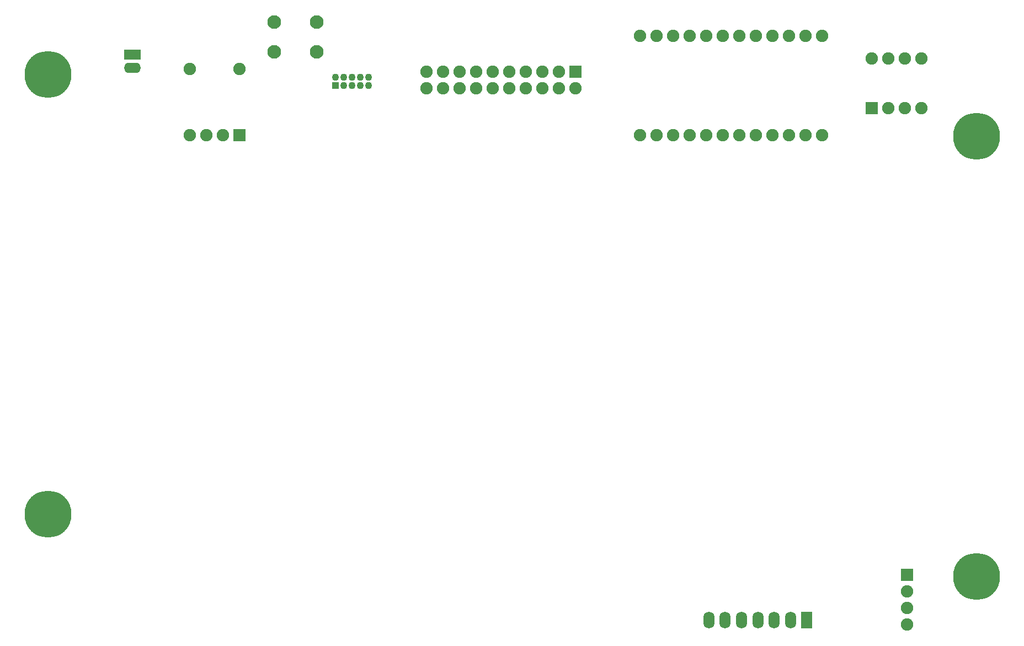
<source format=gbs>
G04*
G04 #@! TF.GenerationSoftware,Altium Limited,Altium Designer,23.3.1 (30)*
G04*
G04 Layer_Color=16711935*
%FSLAX44Y44*%
%MOMM*%
G71*
G04*
G04 #@! TF.SameCoordinates,414C3010-CE14-4ABF-8636-14FEAC747614*
G04*
G04*
G04 #@! TF.FilePolarity,Negative*
G04*
G01*
G75*
%ADD32R,1.9000X1.9000*%
%ADD33C,1.9000*%
%ADD34C,1.1000*%
%ADD35R,1.1000X1.1000*%
%ADD36R,1.9000X1.9000*%
%ADD37O,2.6000X1.6000*%
%ADD38R,2.6000X1.6000*%
%ADD39C,2.1000*%
%ADD40O,1.7000X2.6000*%
%ADD41R,1.7000X2.6000*%
%ADD42C,7.2000*%
D32*
X1301400Y833150D02*
D03*
X1356250Y117350D02*
D03*
D33*
X1326800Y833150D02*
D03*
X1352200D02*
D03*
X1377600D02*
D03*
X1301400Y909350D02*
D03*
X1326800D02*
D03*
X1352200D02*
D03*
X1377600D02*
D03*
X946550Y792100D02*
D03*
X1124350D02*
D03*
X1073550D02*
D03*
X1048150D02*
D03*
X1022750D02*
D03*
X997350D02*
D03*
X971950D02*
D03*
X1098950D02*
D03*
X1149750D02*
D03*
X1175150D02*
D03*
X1200550D02*
D03*
X1225950D02*
D03*
X1048150Y944500D02*
D03*
X1098950D02*
D03*
X1124350D02*
D03*
X1149750D02*
D03*
X1175150D02*
D03*
X1200550D02*
D03*
X1073550D02*
D03*
X1022750D02*
D03*
X997350D02*
D03*
X971950D02*
D03*
X946550D02*
D03*
X1225950D02*
D03*
X255050Y894000D02*
D03*
X305850Y792400D02*
D03*
X280450D02*
D03*
X255050D02*
D03*
X331250Y894000D02*
D03*
X618850Y864100D02*
D03*
X644250D02*
D03*
X669650D02*
D03*
X618850Y889500D02*
D03*
X644250D02*
D03*
X669650D02*
D03*
X847450Y864100D02*
D03*
X822050Y889500D02*
D03*
Y864100D02*
D03*
X796650Y889500D02*
D03*
Y864100D02*
D03*
X771250Y889500D02*
D03*
Y864100D02*
D03*
X745850Y889500D02*
D03*
X720450D02*
D03*
X745850Y864100D02*
D03*
X720450D02*
D03*
X695050Y889500D02*
D03*
Y864100D02*
D03*
X1356250Y91950D02*
D03*
Y66550D02*
D03*
Y41150D02*
D03*
D34*
X504252Y868650D02*
D03*
X504250Y881350D02*
D03*
X491552Y868650D02*
D03*
X491550Y881350D02*
D03*
X478850D02*
D03*
X516952Y868650D02*
D03*
X516950Y881350D02*
D03*
X529652Y868650D02*
D03*
X529650Y881350D02*
D03*
D35*
X478852Y868650D02*
D03*
D36*
X331250Y792400D02*
D03*
X847450Y889500D02*
D03*
D37*
X167500Y895750D02*
D03*
D38*
Y915750D02*
D03*
D39*
X385000Y920250D02*
D03*
Y965250D02*
D03*
X450000D02*
D03*
Y920250D02*
D03*
D40*
X1177000Y48000D02*
D03*
X1152000D02*
D03*
X1127000D02*
D03*
X1102000D02*
D03*
X1077000D02*
D03*
X1052000D02*
D03*
D41*
X1202000D02*
D03*
D42*
X1462500Y115000D02*
D03*
Y790000D02*
D03*
X37500Y885000D02*
D03*
Y210000D02*
D03*
M02*

</source>
